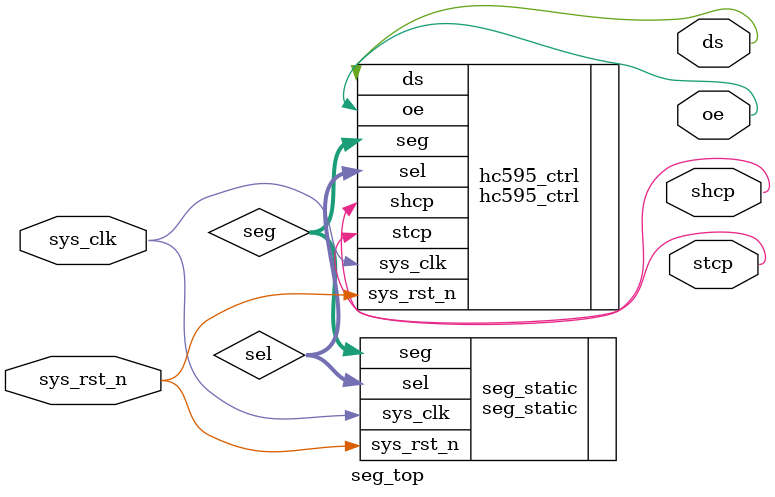
<source format=v>

module  seg_top
  (
    input   wire            sys_clk     ,   //系统时钟，频率50MHz
    input   wire            sys_rst_n   ,   //复位信号，低有效
    output  wire            stcp        ,   //输出数据存储寄时钟
    output  wire            shcp        ,   //移位寄存器的时钟输入
    output  wire            ds          ,   //串行数据输入
    output  wire            oe              //输出使能信号
  );

  wire    [5:0]   sel;
  wire    [7:0]   seg;

  seg_static  seg_static
              (
                .sys_clk     (sys_clk   ),   //系统时钟，频率50MHz
                .sys_rst_n   (sys_rst_n ),   //复位信号，低电平有效
                .sel         (sel       ),   //数码管位选信号
                .seg         (seg       )    //数码管段选信号
              );

  hc595_ctrl  hc595_ctrl
              (
                .sys_clk     (sys_clk  ),   //系统时钟，频率50MHz
                .sys_rst_n   (sys_rst_n),   //复位信号，低有效
                .sel         (sel      ),   //数码管位选信号
                .seg         (seg      ),   //数码管段选信号

                .stcp        (stcp     ),   //输出数据存储寄时钟
                .shcp        (shcp     ),   //移位寄存器的时钟输入
                .ds          (ds       ),   //串行数据输入
                .oe          (oe       )    //输出使能信号
              );

endmodule

</source>
